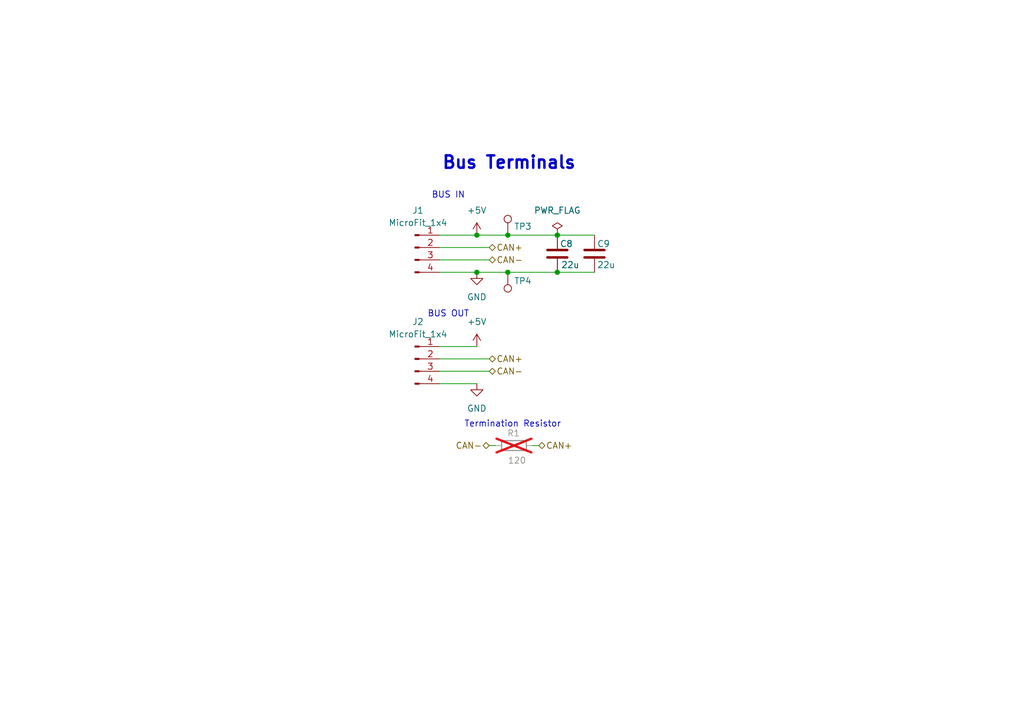
<source format=kicad_sch>
(kicad_sch (version 20250114) (generator "eeschema") (generator_version "9.0")
  (paper "A5")
  (title_block (title "LEOS Connectors") (date "2026-02-14") (rev "1") (company "VIP Lightning From the Edge of Space"))
  (lib_symbols
    (symbol "Connector:Conn_01x04_Pin" (pin_names (offset 1.016) (hide yes))
      (property "Reference" "J" (at 0 5.08 0))
      (property "Value" "Conn_01x04_Pin" (at 0 -7.62 0))
      (symbol "Conn_01x04_Pin_1_1"
        (rectangle (start 0.8636 2.667) (end 0 2.413) (stroke (width 0.1524)) (fill (type outline)))
        (rectangle (start 0.8636 0.127) (end 0 -0.127) (stroke (width 0.1524)) (fill (type outline)))
        (rectangle (start 0.8636 -2.413) (end 0 -2.667) (stroke (width 0.1524)) (fill (type outline)))
        (rectangle (start 0.8636 -4.953) (end 0 -5.207) (stroke (width 0.1524)) (fill (type outline)))
        (polyline (pts (xy 1.27 2.54) (xy 0.8636 2.54)) (stroke (width 0.1524)))
        (polyline (pts (xy 1.27 0) (xy 0.8636 0)) (stroke (width 0.1524)))
        (polyline (pts (xy 1.27 -2.54) (xy 0.8636 -2.54)) (stroke (width 0.1524)))
        (polyline (pts (xy 1.27 -5.08) (xy 0.8636 -5.08)) (stroke (width 0.1524)))
        (pin passive line (at 5.08 2.54 180) (length 3.81) (name "Pin_1") (number "1"))
        (pin passive line (at 5.08 0 180) (length 3.81) (name "Pin_2") (number "2"))
        (pin passive line (at 5.08 -2.54 180) (length 3.81) (name "Pin_3") (number "3"))
        (pin passive line (at 5.08 -5.08 180) (length 3.81) (name "Pin_4") (number "4"))
      )
    )
    (symbol "Connector:TestPoint" (pin_numbers (hide yes)) (pin_names (offset 0.762) (hide yes))
      (property "Reference" "TP" (at 0 6.858 0))
      (property "Value" "TestPoint" (at 0 5.08 0))
      (symbol "TestPoint_0_1"
        (circle (center 0 3.302) (radius 0.762))
      )
      (symbol "TestPoint_1_1"
        (pin passive line (at 0 0 90) (length 2.54) (name "1") (number "1"))
      )
    )
    (symbol "Device:C" (pin_numbers (hide yes)) (pin_names (offset 0.254))
      (property "Reference" "C" (at 0.635 2.54 0))
      (property "Value" "C" (at 0.635 -2.54 0))
      (symbol "C_0_1"
        (polyline (pts (xy -2.032 0.762) (xy 2.032 0.762)) (stroke (width 0.508)))
        (polyline (pts (xy -2.032 -0.762) (xy 2.032 -0.762)) (stroke (width 0.508)))
      )
      (symbol "C_1_1"
        (pin passive line (at 0 3.81 270) (length 2.794) (name "~") (number "1"))
        (pin passive line (at 0 -3.81 90) (length 2.794) (name "~") (number "2"))
      )
    )
    (symbol "Device:R" (pin_numbers (hide yes)) (pin_names (offset 0))
      (property "Reference" "R" (at 2.032 0 90))
      (property "Value" "R" (at 0 0 90))
      (symbol "R_0_1"
        (rectangle (start -1.016 -2.54) (end 1.016 2.54) (stroke (width 0.254)))
      )
      (symbol "R_1_1"
        (pin passive line (at 0 3.81 270) (length 1.27) (name "~") (number "1"))
        (pin passive line (at 0 -3.81 90) (length 1.27) (name "~") (number "2"))
      )
    )
    (symbol "power:+5V" (power) (pin_numbers (hide yes)) (pin_names (offset 0) (hide yes))
      (property "Value" "+5V" (at 0 3.556 0))
      (symbol "+5V_0_1"
        (polyline (pts (xy -0.762 1.27) (xy 0 2.54)))
        (polyline (pts (xy 0 2.54) (xy 0.762 1.27)))
        (polyline (pts (xy 0 0) (xy 0 2.54)))
      )
      (symbol "+5V_1_1"
        (pin power_in line (at 0 0 90) (length 0) (name "~") (number "1"))
      )
    )
    (symbol "power:GND" (power) (pin_numbers (hide yes)) (pin_names (offset 0) (hide yes))
      (property "Value" "GND" (at 0 -3.81 0))
      (symbol "GND_0_1"
        (polyline (pts (xy 0 0) (xy 0 -1.27) (xy 1.27 -1.27) (xy 0 -2.54) (xy -1.27 -1.27) (xy 0 -1.27)))
      )
      (symbol "GND_1_1"
        (pin power_in line (at 0 0 270) (length 0) (name "~") (number "1"))
      )
    )
    (symbol "power:PWR_FLAG" (power) (pin_numbers (hide yes)) (pin_names (offset 0) (hide yes))
      (property "Value" "PWR_FLAG" (at 0 3.81 0))
      (symbol "PWR_FLAG_0_0"
        (pin power_out line (at 0 0 90) (length 0) (name "~") (number "1"))
      )
      (symbol "PWR_FLAG_0_1"
        (polyline (pts (xy 0 0) (xy 0 1.27) (xy -1.016 1.905) (xy 0 2.54) (xy 1.016 1.905) (xy 0 1.27)))
      )
    )
  )
  (text "BUS OUT" (at 91.948 64.516 0) (effects (font (size 1.27 1.27))))
  (text "Bus Terminals" (at 104.394 33.528 0) (effects (font (size 2.54 2.54) (thickness 0.508) (bold yes))))
  (text "BUS IN" (at 91.948 40.132 0) (effects (font (size 1.27 1.27))))
  (text "Termination Resistor" (at 105.156 87.122 0) (effects (font (size 1.27 1.27))))
  (junction (at 104.14 55.88))
  (junction (at 104.14 48.26))
  (junction (at 97.79 55.88))
  (junction (at 114.3 48.26))
  (junction (at 114.3 55.88))
  (junction (at 97.79 48.26))
  (wire (pts (xy 97.79 55.88) (xy 104.14 55.88)))
  (wire (pts (xy 104.14 55.88) (xy 114.3 55.88)))
  (wire (pts (xy 90.17 71.12) (xy 97.79 71.12)))
  (wire (pts (xy 90.17 76.2) (xy 100.33 76.2)))
  (wire (pts (xy 90.17 53.34) (xy 100.33 53.34)))
  (wire (pts (xy 90.17 78.74) (xy 97.79 78.74)))
  (wire (pts (xy 90.17 48.26) (xy 97.79 48.26)))
  (wire (pts (xy 90.17 50.8) (xy 100.33 50.8)))
  (wire (pts (xy 114.3 48.26) (xy 121.92 48.26)))
  (wire (pts (xy 97.79 48.26) (xy 104.14 48.26)))
  (wire (pts (xy 90.17 73.66) (xy 100.33 73.66)))
  (wire (pts (xy 114.3 55.88) (xy 121.92 55.88)))
  (wire (pts (xy 104.14 48.26) (xy 114.3 48.26)))
  (wire (pts (xy 110.49 91.44) (xy 109.22 91.44)))
  (wire (pts (xy 100.33 91.44) (xy 101.6 91.44)))
  (wire (pts (xy 90.17 55.88) (xy 97.79 55.88)))
  (hierarchical_label "CAN-" (shape bidirectional) (at 100.33 76.2 0))
  (hierarchical_label "CAN-" (shape bidirectional) (at 100.33 53.34 0))
  (hierarchical_label "CAN+" (shape bidirectional) (at 110.49 91.44 0))
  (hierarchical_label "CAN+" (shape bidirectional) (at 100.33 73.66 0))
  (hierarchical_label "CAN-" (shape bidirectional) (at 100.33 91.44 180))
  (hierarchical_label "CAN+" (shape bidirectional) (at 100.33 50.8 0))
  (symbol (lib_id "Device:C") (at 114.3 52.07 0) (unit 1)
    (property "Reference" "C8" (at 114.808 50.038 0) (effects (justify left)))
    (property "Value" "22u" (at 115.062 54.356 0) (effects (justify left)))
    (property "Footprint" "Capacitor_SMD:C_0805_2012Metric" (effects (hide yes)))
    (property "Description" "22U 25V X5R 0805" (effects (hide yes)))
    (property "Digikey" "1276-CL21A226MAYNNNECT-ND" (effects (hide yes)))
    (property "LCSC" "C29936" (effects (hide yes)))
    (property "MPN" "CL21A226MAYNNNE" (effects (hide yes)))
    (property "Manufacturer" "Samsung Electro-Mechanics" (effects (hide yes)))
  )
  (symbol (lib_id "Connector:Conn_01x04_Pin") (at 85.09 50.8 0) (unit 1)
    (property "Reference" "J1" (at 85.725 43.18 0))
    (property "Value" "MicroFit_1x4" (at 85.725 45.72 0))
    (property "Footprint" "LEOS:Molex_MicroFit3.0_43650-0410_1x04_Horizontal" (effects (hide yes)))
    (property "Description" "Molex MicroFit3.0 1x4 Bus Connector" (effects (hide yes)))
    (property "Digikey" "WM1882CT-ND" (effects (hide yes)))
    (property "MPN" "0436500409" (effects (hide yes)))
    (property "Manufacturer" "Molex" (effects (hide yes)))
    (property "LCSC" "C563846" (effects (hide yes)))
  )
  (symbol (lib_id "power:GND") (at 97.79 55.88 0) (unit 1)
    (property "Reference" "#PWR010" (effects (hide yes)))
    (property "Value" "GND" (at 97.79 60.96 0))
    (property "Description" "Power symbol creates a global label with name \"GND\" , ground" (effects (hide yes)))
  )
  (symbol (lib_id "power:+5V") (at 97.79 48.26 0) (unit 1)
    (property "Reference" "#PWR09" (effects (hide yes)))
    (property "Value" "+5V" (at 97.79 43.18 0))
    (property "Description" "Power symbol creates a global label with name \"+5V\"" (effects (hide yes)))
  )
  (symbol (lib_id "power:PWR_FLAG") (at 114.3 48.26 0) (unit 1)
    (property "Reference" "#FLG01" (effects (hide yes)))
    (property "Value" "PWR_FLAG" (at 114.3 43.18 0))
    (property "Description" "Special symbol for telling ERC where power comes from" (effects (hide yes)))
  )
  (symbol (lib_id "Device:C") (at 121.92 52.07 0) (unit 1)
    (property "Reference" "C9" (at 122.428 50.038 0) (effects (justify left)))
    (property "Value" "22u" (at 122.428 54.356 0) (effects (justify left)))
    (property "Footprint" "Capacitor_SMD:C_0805_2012Metric" (effects (hide yes)))
    (property "Description" "22U 25V X5R 0805" (effects (hide yes)))
    (property "Digikey" "1276-CL21A226MAYNNNECT-ND" (effects (hide yes)))
    (property "LCSC" "C29936" (effects (hide yes)))
    (property "MPN" "CL21A226MAYNNNE" (effects (hide yes)))
    (property "Manufacturer" "Samsung Electro-Mechanics" (effects (hide yes)))
  )
  (symbol (lib_id "Device:R") (at 105.41 91.44 90) (unit 1) (dnp yes)
    (property "Reference" "R1" (at 106.68 88.9 90) (effects (justify left)))
    (property "Value" "120" (at 107.95 94.488 90) (effects (justify left)))
    (property "Footprint" "Resistor_THT:R_Axial_DIN0207_L6.3mm_D2.5mm_P7.62mm_Horizontal" (effects (hide yes)))
    (property "Description" "Resistor" (effects (hide yes)))
    (property "Digikey" "CF14JT120RCT-ND" (effects (hide yes)))
    (property "MPN" "CF14JT120R" (effects (hide yes)))
    (property "Manufacturer" "Stackpole Electronics Inc" (effects (hide yes)))
  )
  (symbol (lib_id "Connector:Conn_01x04_Pin") (at 85.09 73.66 0) (unit 1)
    (property "Reference" "J2" (at 85.725 66.04 0))
    (property "Value" "MicroFit_1x4" (at 85.725 68.58 0))
    (property "Footprint" "LEOS:Molex_MicroFit3.0_43650-0410_1x04_Horizontal" (effects (hide yes)))
    (property "Description" "Molex MicroFit3.0 1x4 Bus Connector" (effects (hide yes)))
    (property "Digikey" "WM1882CT-ND" (effects (hide yes)))
    (property "MPN" "0436500409" (effects (hide yes)))
    (property "Manufacturer" "Molex" (effects (hide yes)))
    (property "LCSC" "C563846" (effects (hide yes)))
  )
  (symbol (lib_id "Connector:TestPoint") (at 104.14 55.88 180) (unit 1)
    (property "Reference" "TP4" (at 105.41 57.658 0) (effects (justify right)))
    (property "Value" "GND Test Point" (effects (hide yes)))
    (property "Footprint" "TestPoint:TestPoint_Loop_D2.60mm_Drill0.9mm_Beaded" (effects (hide yes)))
    (property "Description" "test point" (effects (hide yes)))
    (property "Digikey" " 36-5001-ND" (effects (hide yes)))
    (property "MPN" "5001" (effects (hide yes)))
    (property "Manufacturer" "Keystone Electronics" (effects (hide yes)))
  )
  (symbol (lib_id "power:+5V") (at 97.79 71.12 0) (unit 1)
    (property "Reference" "#PWR011" (effects (hide yes)))
    (property "Value" "+5V" (at 97.79 66.04 0))
    (property "Description" "Power symbol creates a global label with name \"+5V\"" (effects (hide yes)))
  )
  (symbol (lib_id "Connector:TestPoint") (at 104.14 48.26 0) (unit 1)
    (property "Reference" "TP3" (at 105.41 46.482 0) (effects (justify left)))
    (property "Value" "5V Test Point" (effects (hide yes)))
    (property "Footprint" "TestPoint:TestPoint_Loop_D2.60mm_Drill0.9mm_Beaded" (effects (hide yes)))
    (property "Description" "test point" (effects (hide yes)))
    (property "Digikey" " 36-5000-ND" (effects (hide yes)))
    (property "MPN" "5000" (effects (hide yes)))
    (property "Manufacturer" "Keystone Electronics" (effects (hide yes)))
  )
  (symbol (lib_id "power:GND") (at 97.79 78.74 0) (unit 1)
    (property "Reference" "#PWR012" (effects (hide yes)))
    (property "Value" "GND" (at 97.79 83.82 0))
    (property "Description" "Power symbol creates a global label with name \"GND\" , ground" (effects (hide yes)))
  )
)
</source>
